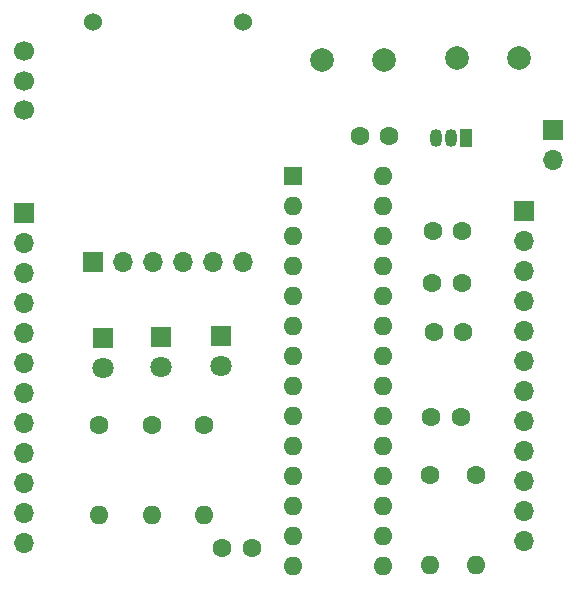
<source format=gbr>
%TF.GenerationSoftware,KiCad,Pcbnew,7.0.1-0*%
%TF.CreationDate,2023-04-17T16:38:54-05:00*%
%TF.ProjectId,PIC32,50494333-322e-46b6-9963-61645f706362,rev?*%
%TF.SameCoordinates,Original*%
%TF.FileFunction,Soldermask,Top*%
%TF.FilePolarity,Negative*%
%FSLAX46Y46*%
G04 Gerber Fmt 4.6, Leading zero omitted, Abs format (unit mm)*
G04 Created by KiCad (PCBNEW 7.0.1-0) date 2023-04-17 16:38:54*
%MOMM*%
%LPD*%
G01*
G04 APERTURE LIST*
%ADD10R,1.700000X1.700000*%
%ADD11O,1.700000X1.700000*%
%ADD12C,1.524000*%
%ADD13C,1.600000*%
%ADD14C,1.700000*%
%ADD15C,2.000000*%
%ADD16O,1.600000X1.600000*%
%ADD17R,1.800000X1.800000*%
%ADD18C,1.800000*%
%ADD19O,1.050000X1.500000*%
%ADD20R,1.050000X1.500000*%
%ADD21R,1.600000X1.600000*%
G04 APERTURE END LIST*
D10*
%TO.C,J4*%
X108780000Y-122140000D03*
D11*
X111320000Y-122140000D03*
X113860000Y-122140000D03*
X116400000Y-122140000D03*
X118940000Y-122140000D03*
X121480000Y-122140000D03*
D12*
X108780000Y-101820000D03*
X121480000Y-101820000D03*
%TD*%
D13*
%TO.C,C6*%
X122260000Y-146290000D03*
X119760000Y-146290000D03*
%TD*%
%TO.C,C2*%
X137590000Y-119470000D03*
X140090000Y-119470000D03*
%TD*%
D14*
%TO.C,SW1*%
X102960000Y-109240000D03*
X102960000Y-106740000D03*
X102960000Y-104240000D03*
%TD*%
D15*
%TO.C,SW3*%
X128220000Y-104980000D03*
X133470000Y-104980000D03*
%TD*%
%TO.C,SW2*%
X139680000Y-104850000D03*
X144930000Y-104850000D03*
%TD*%
D10*
%TO.C,J2*%
X102960000Y-117920000D03*
D11*
X102960000Y-120460000D03*
X102960000Y-123000000D03*
X102960000Y-125540000D03*
X102960000Y-128080000D03*
X102960000Y-130620000D03*
X102960000Y-133160000D03*
X102960000Y-135700000D03*
X102960000Y-138240000D03*
X102960000Y-140780000D03*
X102960000Y-143320000D03*
X102960000Y-145860000D03*
%TD*%
D16*
%TO.C,R2*%
X109370000Y-143500000D03*
D13*
X109370000Y-135880000D03*
%TD*%
D10*
%TO.C,J3*%
X145280000Y-117820000D03*
D11*
X145280000Y-120360000D03*
X145280000Y-122900000D03*
X145280000Y-125440000D03*
X145280000Y-127980000D03*
X145280000Y-130520000D03*
X145280000Y-133060000D03*
X145280000Y-135600000D03*
X145280000Y-138140000D03*
X145280000Y-140680000D03*
X145280000Y-143220000D03*
X145280000Y-145760000D03*
%TD*%
D13*
%TO.C,R3*%
X113780000Y-135880000D03*
D16*
X113780000Y-143500000D03*
%TD*%
D13*
%TO.C,R5*%
X137340000Y-140150000D03*
D16*
X137340000Y-147770000D03*
%TD*%
D13*
%TO.C,330*%
X118260000Y-135900000D03*
D16*
X118260000Y-143520000D03*
%TD*%
D13*
%TO.C,C3*%
X140060000Y-123850000D03*
X137560000Y-123850000D03*
%TD*%
D10*
%TO.C,J1*%
X147740000Y-110920000D03*
D11*
X147740000Y-113460000D03*
%TD*%
D17*
%TO.C,D1*%
X119650000Y-128385000D03*
D18*
X119650000Y-130925000D03*
%TD*%
D17*
%TO.C,D3*%
X114620000Y-128490000D03*
D18*
X114620000Y-131030000D03*
%TD*%
D13*
%TO.C,C4*%
X140170000Y-128040000D03*
X137670000Y-128040000D03*
%TD*%
D19*
%TO.C,U2*%
X137890000Y-111610000D03*
X139160000Y-111610000D03*
D20*
X140430000Y-111610000D03*
%TD*%
D13*
%TO.C,R4*%
X141270000Y-140110000D03*
D16*
X141270000Y-147730000D03*
%TD*%
D13*
%TO.C,C1*%
X133900000Y-111430000D03*
X131400000Y-111430000D03*
%TD*%
D17*
%TO.C,D2*%
X109690000Y-128540000D03*
D18*
X109690000Y-131080000D03*
%TD*%
D13*
%TO.C,C5*%
X137460000Y-135190000D03*
X139960000Y-135190000D03*
%TD*%
D16*
%TO.C,PIC32MX170f256b*%
X133400000Y-114775000D03*
X133400000Y-117315000D03*
X133400000Y-119855000D03*
X133400000Y-122395000D03*
X133400000Y-124935000D03*
X133400000Y-127475000D03*
X133400000Y-130015000D03*
X133400000Y-132555000D03*
X133400000Y-135095000D03*
X133400000Y-137635000D03*
X133400000Y-140175000D03*
X133400000Y-142715000D03*
X133400000Y-145255000D03*
X133400000Y-147795000D03*
X125780000Y-147795000D03*
X125780000Y-145255000D03*
X125780000Y-142715000D03*
X125780000Y-140175000D03*
X125780000Y-137635000D03*
X125780000Y-135095000D03*
X125780000Y-132555000D03*
X125780000Y-130015000D03*
X125780000Y-127475000D03*
X125780000Y-124935000D03*
X125780000Y-122395000D03*
X125780000Y-119855000D03*
X125780000Y-117315000D03*
D21*
X125780000Y-114775000D03*
%TD*%
M02*

</source>
